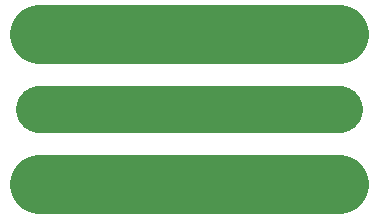
<source format=gtl>
G04 #@! TF.GenerationSoftware,KiCad,Pcbnew,7.0.2-0*
G04 #@! TF.CreationDate,2024-01-28T15:47:01-06:00*
G04 #@! TF.ProjectId,wire_adapter,77697265-5f61-4646-9170-7465722e6b69,rev?*
G04 #@! TF.SameCoordinates,Original*
G04 #@! TF.FileFunction,Copper,L1,Top*
G04 #@! TF.FilePolarity,Positive*
%FSLAX46Y46*%
G04 Gerber Fmt 4.6, Leading zero omitted, Abs format (unit mm)*
G04 Created by KiCad (PCBNEW 7.0.2-0) date 2024-01-28 15:47:01*
%MOMM*%
%LPD*%
G01*
G04 APERTURE LIST*
G04 #@! TA.AperFunction,ComponentPad*
%ADD10C,2.600000*%
G04 #@! TD*
G04 #@! TA.AperFunction,Conductor*
%ADD11C,4.000000*%
G04 #@! TD*
G04 #@! TA.AperFunction,Conductor*
%ADD12C,5.000000*%
G04 #@! TD*
G04 APERTURE END LIST*
D10*
G04 #@! TO.P,J6,1,Pin_1*
G04 #@! TO.N,GND*
X157480000Y-101600000D03*
G04 #@! TD*
G04 #@! TO.P,J5,1,Pin_1*
G04 #@! TO.N,/SIGNAL*
X157480000Y-95250000D03*
G04 #@! TD*
G04 #@! TO.P,J4,1,Pin_1*
G04 #@! TO.N,+5V*
X157480000Y-88900000D03*
G04 #@! TD*
G04 #@! TO.P,J3,1,Pin_1*
G04 #@! TO.N,GND*
X132080000Y-101600000D03*
G04 #@! TD*
G04 #@! TO.P,J2,1,Pin_1*
G04 #@! TO.N,/SIGNAL*
X132080000Y-95250000D03*
G04 #@! TD*
G04 #@! TO.P,J1,1,Pin_1*
G04 #@! TO.N,+5V*
X132080000Y-88900000D03*
G04 #@! TD*
D11*
G04 #@! TO.N,/SIGNAL*
X157480000Y-95250000D02*
X132080000Y-95250000D01*
D12*
G04 #@! TO.N,GND*
X157480000Y-101600000D02*
X132080000Y-101600000D01*
G04 #@! TO.N,+5V*
X157480000Y-88900000D02*
X132080000Y-88900000D01*
G04 #@! TD*
M02*

</source>
